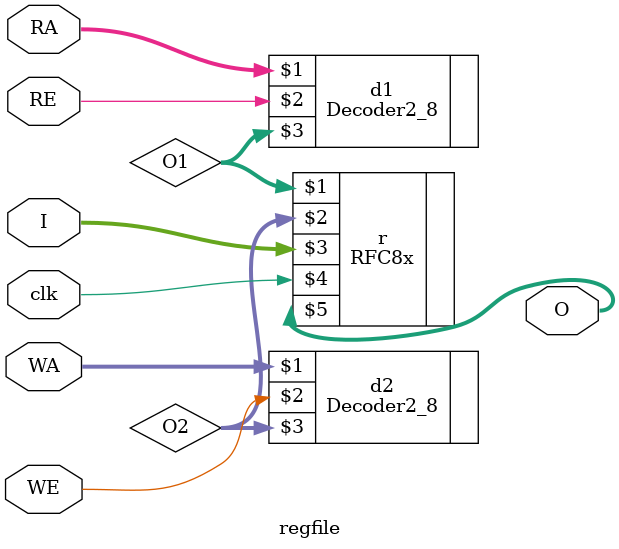
<source format=v>
module regfile(RE,WE,RA,WA,I,clk,O);
input [2:0] RA,WA;
input [4:0] I;
input clk,RE,WE;
output [4:0] O;
	
	wire [7:0] O1,O2;
	Decoder2_8 d1(RA,RE,O1);
	Decoder2_8 d2(WA,WE,O2);
	RFC8x r(O1,O2,I,clk,O);
	
endmodule 
</source>
